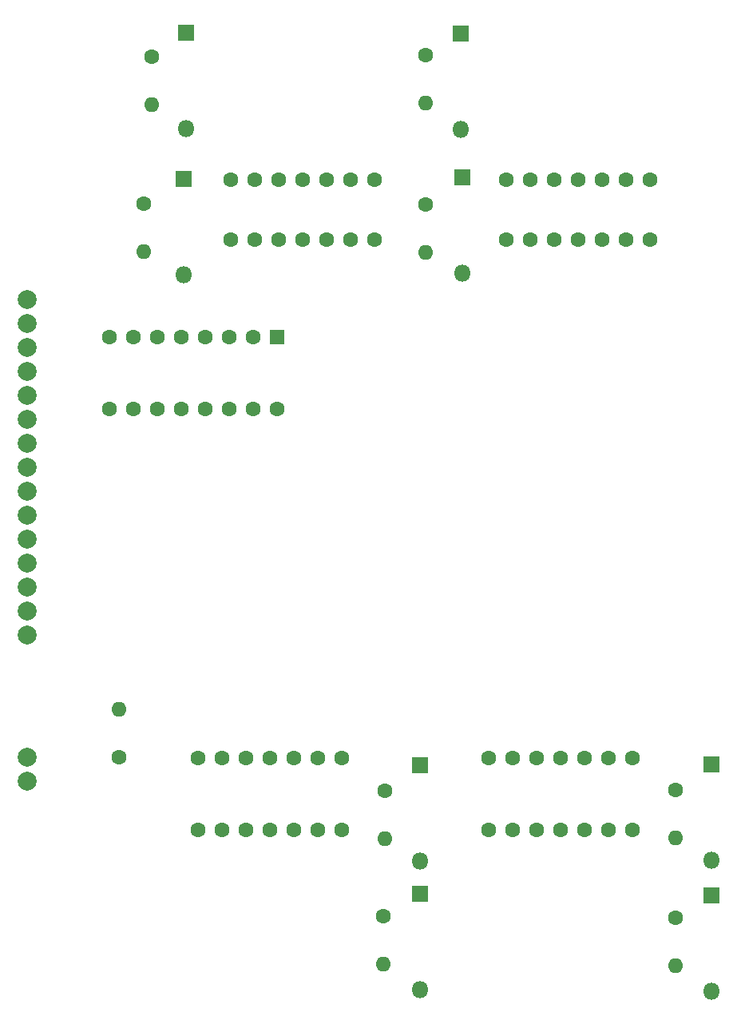
<source format=gbr>
%TF.GenerationSoftware,KiCad,Pcbnew,(5.1.7)-1*%
%TF.CreationDate,2021-02-06T18:02:14-06:00*%
%TF.ProjectId,SLEDBoard,534c4544-426f-4617-9264-2e6b69636164,v01*%
%TF.SameCoordinates,Original*%
%TF.FileFunction,Soldermask,Bot*%
%TF.FilePolarity,Negative*%
%FSLAX46Y46*%
G04 Gerber Fmt 4.6, Leading zero omitted, Abs format (unit mm)*
G04 Created by KiCad (PCBNEW (5.1.7)-1) date 2021-02-06 18:02:14*
%MOMM*%
%LPD*%
G01*
G04 APERTURE LIST*
%ADD10O,1.600000X1.600000*%
%ADD11C,1.600000*%
%ADD12O,1.800000X1.800000*%
%ADD13R,1.800000X1.800000*%
%ADD14R,1.600000X1.600000*%
%ADD15C,2.000000*%
G04 APERTURE END LIST*
D10*
%TO.C,R18*%
X48025000Y-77130000D03*
D11*
X48025000Y-72050000D03*
%TD*%
D10*
%TO.C,R16*%
X47200000Y-92705000D03*
D11*
X47200000Y-87625000D03*
%TD*%
D10*
%TO.C,R14*%
X77100000Y-76980000D03*
D11*
X77100000Y-71900000D03*
%TD*%
D10*
%TO.C,R12*%
X77100000Y-92780000D03*
D11*
X77100000Y-87700000D03*
%TD*%
D10*
%TO.C,R10*%
X103600000Y-168405000D03*
D11*
X103600000Y-163325000D03*
%TD*%
D10*
%TO.C,R8*%
X103625000Y-154855000D03*
D11*
X103625000Y-149775000D03*
%TD*%
D10*
%TO.C,R6*%
X72600000Y-168180000D03*
D11*
X72600000Y-163100000D03*
%TD*%
D10*
%TO.C,R4*%
X72759400Y-154934000D03*
D11*
X72759400Y-149854000D03*
%TD*%
D12*
%TO.C,D8*%
X51675000Y-79635000D03*
D13*
X51675000Y-69475000D03*
%TD*%
D12*
%TO.C,D7*%
X51400000Y-95135000D03*
D13*
X51400000Y-84975000D03*
%TD*%
D12*
%TO.C,D6*%
X80850000Y-79710000D03*
D13*
X80850000Y-69550000D03*
%TD*%
D12*
%TO.C,D5*%
X81000000Y-94985000D03*
D13*
X81000000Y-84825000D03*
%TD*%
D12*
%TO.C,D4*%
X107375000Y-171085000D03*
D13*
X107375000Y-160925000D03*
%TD*%
D12*
%TO.C,D3*%
X107400000Y-157235000D03*
D13*
X107400000Y-147075000D03*
%TD*%
D12*
%TO.C,D2*%
X76500000Y-170960000D03*
D13*
X76500000Y-160800000D03*
%TD*%
%TO.C,D1*%
X76500000Y-147100000D03*
D12*
X76500000Y-157260000D03*
%TD*%
D11*
%TO.C,U10*%
X71655000Y-85100000D03*
X69115000Y-85100000D03*
X66575000Y-85100000D03*
X64035000Y-85100000D03*
X61495000Y-85100000D03*
X58955000Y-85100000D03*
X56415000Y-85100000D03*
%TD*%
%TO.C,U9*%
X71655000Y-91450000D03*
X69115000Y-91450000D03*
X66575000Y-91450000D03*
X64035000Y-91450000D03*
X61495000Y-91450000D03*
X58955000Y-91450000D03*
X56415000Y-91450000D03*
%TD*%
%TO.C,U8*%
X100865000Y-85100000D03*
X98325000Y-85100000D03*
X95785000Y-85100000D03*
X93245000Y-85100000D03*
X90705000Y-85100000D03*
X88165000Y-85100000D03*
X85625000Y-85100000D03*
%TD*%
%TO.C,U7*%
X100865000Y-91450000D03*
X98325000Y-91450000D03*
X95785000Y-91450000D03*
X93245000Y-91450000D03*
X90705000Y-91450000D03*
X88165000Y-91450000D03*
X85625000Y-91450000D03*
%TD*%
%TO.C,U6*%
X83800000Y-154025000D03*
X86340000Y-154025000D03*
X88880000Y-154025000D03*
X91420000Y-154025000D03*
X93960000Y-154025000D03*
X96500000Y-154025000D03*
X99040000Y-154025000D03*
%TD*%
%TO.C,U5*%
X83800000Y-146405000D03*
X86340000Y-146405000D03*
X88880000Y-146405000D03*
X91420000Y-146405000D03*
X93960000Y-146405000D03*
X96500000Y-146405000D03*
X99040000Y-146405000D03*
%TD*%
%TO.C,U4*%
X52960000Y-154025000D03*
X55500000Y-154025000D03*
X58040000Y-154025000D03*
X60580000Y-154025000D03*
X63120000Y-154025000D03*
X65660000Y-154025000D03*
X68200000Y-154025000D03*
%TD*%
%TO.C,U3*%
X52985000Y-146405000D03*
X55525000Y-146405000D03*
X58065000Y-146405000D03*
X60605000Y-146405000D03*
X63145000Y-146405000D03*
X65685000Y-146405000D03*
X68225000Y-146405000D03*
%TD*%
%TO.C,DECODER1*%
X43537200Y-109357000D03*
X43537200Y-101737000D03*
X61317200Y-109357000D03*
X58777200Y-109357000D03*
X56237200Y-109357000D03*
X53697200Y-109357000D03*
X51157200Y-109357000D03*
X48617200Y-109357000D03*
X46077200Y-109357000D03*
X46077200Y-101737000D03*
X48617200Y-101737000D03*
X51157200Y-101737000D03*
X53697200Y-101737000D03*
X56237200Y-101737000D03*
X58777200Y-101737000D03*
D14*
X61317200Y-101737000D03*
%TD*%
D10*
%TO.C,R1*%
X44550000Y-141245000D03*
D11*
X44550000Y-146325000D03*
%TD*%
D15*
%TO.C,VDD*%
X34850000Y-146300000D03*
X34850000Y-148840000D03*
%TD*%
%TO.C,U2*%
X34825000Y-97800000D03*
X34825000Y-100340000D03*
X34825000Y-102880000D03*
X34825000Y-105420000D03*
X34825000Y-107960000D03*
X34825000Y-110500000D03*
X34825000Y-113040000D03*
X34825000Y-115580000D03*
X34825000Y-118120000D03*
X34825000Y-120660000D03*
X34825000Y-123200000D03*
X34825000Y-125740000D03*
X34825000Y-128280000D03*
X34825000Y-130820000D03*
X34825000Y-133360000D03*
%TD*%
M02*

</source>
